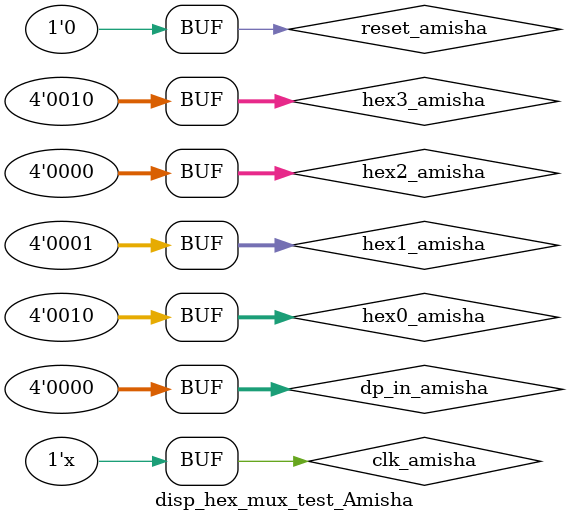
<source format=v>
`timescale 1ns / 1ps


module disp_hex_mux_test_Amisha;
	// Inputs
	reg clk_amisha;
	reg reset_amisha;
	reg [3:0] hex3_amisha;
	reg [3:0] hex2_amisha;
	reg [3:0] hex1_amisha;
	reg [3:0] hex0_amisha;
	reg [3:0] dp_in_amisha;
	// Outputs
	wire [3:0] an_amisha;
	wire [7:0] sseg_amisha;
	// Instantiate the Unit Under Test (UUT)
	disp_hex_mux_Amisha uut (
		.clk_amisha(clk_amisha), 
		.reset_amisha(reset_amisha), 
		.hex3_amisha(hex3_amisha), 
		.hex2_amisha(hex2_amisha), 
		.hex1_amisha(hex1_amisha), 
		.hex0_amisha(hex0_amisha), 
		.dp_in_amisha(dp_in_amisha), 
		.an_amisha(an_amisha), 
		.sseg_amisha(sseg_amisha)
	);
	initial begin
		clk_amisha = 0;
		reset_amisha = 1;
		hex3_amisha = 0;
		hex2_amisha = 0;
		hex1_amisha = 0;
		hex0_amisha = 0;
		dp_in_amisha = 0;
		#200;
		reset_amisha = 0;
		hex3_amisha = 12;
		hex2_amisha = 2;
		hex1_amisha = 8;
		hex0_amisha = 3;
		dp_in_amisha = 2;
		#200;
		hex3_amisha = 5;
		hex2_amisha = 10;
		hex1_amisha = 1;
		hex0_amisha = 0;
		dp_in_amisha = 1;
		#200;
		hex3_amisha = 9;
		hex2_amisha = 2;
		hex1_amisha = 15;
		hex0_amisha = 12;
		dp_in_amisha = 5;
		#200;
		hex3_amisha = 2;
		hex2_amisha = 0;
		hex1_amisha = 1;
		hex0_amisha = 2;
		dp_in_amisha = 0;
		#100;
	end
always #100 clk_amisha = ~clk_amisha;      
endmodule


</source>
